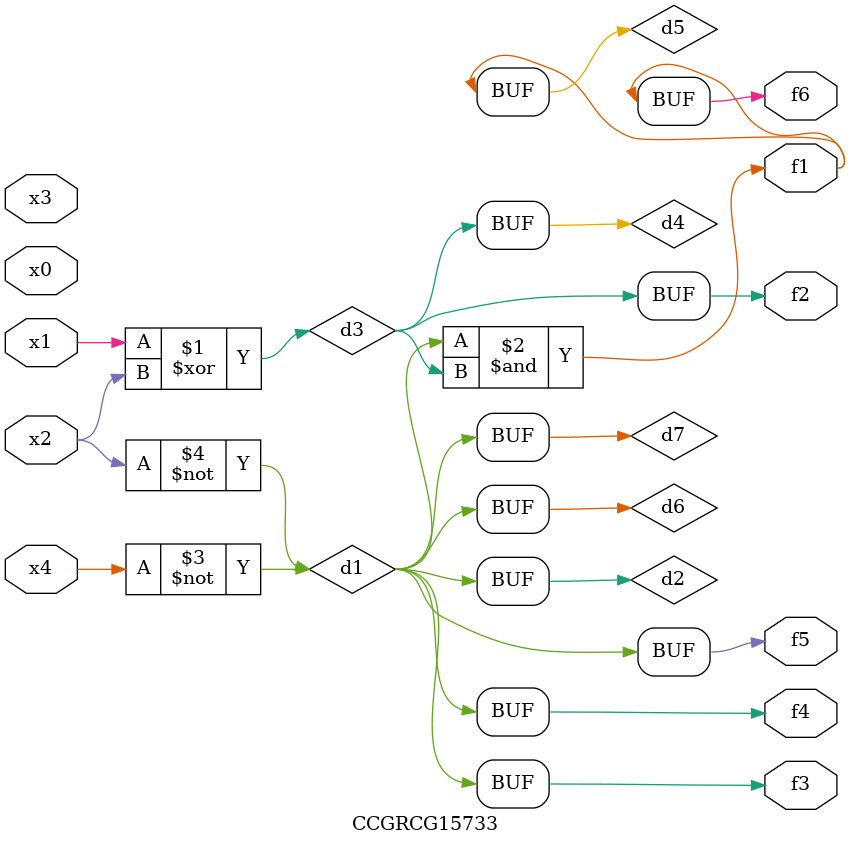
<source format=v>
module CCGRCG15733(
	input x0, x1, x2, x3, x4,
	output f1, f2, f3, f4, f5, f6
);

	wire d1, d2, d3, d4, d5, d6, d7;

	not (d1, x4);
	not (d2, x2);
	xor (d3, x1, x2);
	buf (d4, d3);
	and (d5, d1, d3);
	buf (d6, d1, d2);
	buf (d7, d2);
	assign f1 = d5;
	assign f2 = d4;
	assign f3 = d7;
	assign f4 = d7;
	assign f5 = d7;
	assign f6 = d5;
endmodule

</source>
